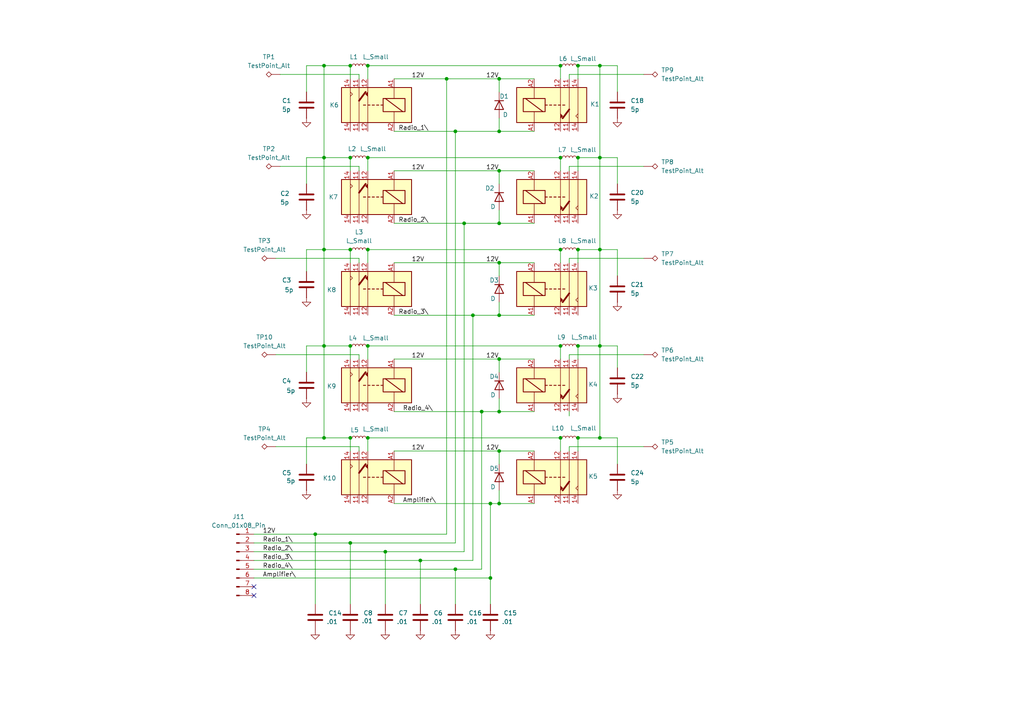
<source format=kicad_sch>
(kicad_sch (version 20231120) (generator "eeschema") (generator_version "8.0")
  (paper "A4")
  (lib_symbols
    (symbol "Connector:Conn_01x08_Pin" (pin_names (offset 1.016) hide)
      (property "Reference" "J" (at 0 10.16 0))
      (property "Value" "Conn_01x08_Pin" (at 0 -12.7 0))
      (symbol "Conn_01x08_Pin_1_1"
        (polyline (pts (xy 1.27 -10.16) (xy 0.8636 -10.16)) (stroke (width 0.1524)))
        (polyline (pts (xy 1.27 -7.62) (xy 0.8636 -7.62)) (stroke (width 0.1524)))
        (polyline (pts (xy 1.27 -5.08) (xy 0.8636 -5.08)) (stroke (width 0.1524)))
        (polyline (pts (xy 1.27 -2.54) (xy 0.8636 -2.54)) (stroke (width 0.1524)))
        (polyline (pts (xy 1.27 0) (xy 0.8636 0)) (stroke (width 0.1524)))
        (polyline (pts (xy 1.27 2.54) (xy 0.8636 2.54)) (stroke (width 0.1524)))
        (polyline (pts (xy 1.27 5.08) (xy 0.8636 5.08)) (stroke (width 0.1524)))
        (polyline (pts (xy 1.27 7.62) (xy 0.8636 7.62)) (stroke (width 0.1524)))
        (rectangle (start 0.8636 -10.033) (end 0 -10.287) (stroke (width 0.1524)) (fill (type outline)))
        (rectangle (start 0.8636 -7.493) (end 0 -7.747) (stroke (width 0.1524)) (fill (type outline)))
        (rectangle (start 0.8636 -4.953) (end 0 -5.207) (stroke (width 0.1524)) (fill (type outline)))
        (rectangle (start 0.8636 -2.413) (end 0 -2.667) (stroke (width 0.1524)) (fill (type outline)))
        (rectangle (start 0.8636 0.127) (end 0 -0.127) (stroke (width 0.1524)) (fill (type outline)))
        (rectangle (start 0.8636 2.667) (end 0 2.413) (stroke (width 0.1524)) (fill (type outline)))
        (rectangle (start 0.8636 5.207) (end 0 4.953) (stroke (width 0.1524)) (fill (type outline)))
        (rectangle (start 0.8636 7.747) (end 0 7.493) (stroke (width 0.1524)) (fill (type outline)))
        (pin passive line (at 5.08 7.62 180) (length 3.81) (name "Pin_1") (number "1"))
        (pin passive line (at 5.08 5.08 180) (length 3.81) (name "Pin_2") (number "2"))
        (pin passive line (at 5.08 2.54 180) (length 3.81) (name "Pin_3") (number "3"))
        (pin passive line (at 5.08 0 180) (length 3.81) (name "Pin_4") (number "4"))
        (pin passive line (at 5.08 -2.54 180) (length 3.81) (name "Pin_5") (number "5"))
        (pin passive line (at 5.08 -5.08 180) (length 3.81) (name "Pin_6") (number "6"))
        (pin passive line (at 5.08 -7.62 180) (length 3.81) (name "Pin_7") (number "7"))
        (pin passive line (at 5.08 -10.16 180) (length 3.81) (name "Pin_8") (number "8"))
      )
    )
    (symbol "Connector:TestPoint_Alt" (pin_numbers hide) (pin_names (offset 0.762) hide)
      (property "Reference" "TP" (at 0 6.858 0))
      (property "Value" "TestPoint_Alt" (at 0 5.08 0))
      (symbol "TestPoint_Alt_0_1"
        (polyline (pts (xy 0 2.54) (xy -0.762 3.302) (xy 0 4.064) (xy 0.762 3.302) (xy 0 2.54)))
      )
      (symbol "TestPoint_Alt_1_1"
        (pin passive line (at 0 0 90) (length 2.54) (name "1") (number "1"))
      )
    )
    (symbol "Device:C" (pin_numbers hide) (pin_names (offset 0.254))
      (property "Reference" "C" (at 0.635 2.54 0))
      (property "Value" "C" (at 0.635 -2.54 0))
      (symbol "C_0_1"
        (polyline (pts (xy -2.032 -0.762) (xy 2.032 -0.762)) (stroke (width 0.508)))
        (polyline (pts (xy -2.032 0.762) (xy 2.032 0.762)) (stroke (width 0.508)))
      )
      (symbol "C_1_1"
        (pin passive line (at 0 3.81 270) (length 2.794) (name "~") (number "1"))
        (pin passive line (at 0 -3.81 90) (length 2.794) (name "~") (number "2"))
      )
    )
    (symbol "Device:D" (pin_numbers hide) (pin_names (offset 1.016) hide)
      (property "Reference" "D" (at 0 2.54 0))
      (property "Value" "D" (at 0 -2.54 0))
      (symbol "D_0_1"
        (polyline (pts (xy -1.27 1.27) (xy -1.27 -1.27)) (stroke (width 0.254)))
        (polyline (pts (xy 1.27 0) (xy -1.27 0)))
        (polyline (pts (xy 1.27 1.27) (xy 1.27 -1.27) (xy -1.27 0) (xy 1.27 1.27)) (stroke (width 0.254)))
      )
      (symbol "D_1_1"
        (pin passive line (at -3.81 0 0) (length 2.54) (name "K") (number "1"))
        (pin passive line (at 3.81 0 180) (length 2.54) (name "A") (number "2"))
      )
    )
    (symbol "Device:L_Small" (pin_numbers hide) (pin_names (offset 0.254) hide)
      (property "Reference" "L" (at 0.762 1.016 0))
      (property "Value" "L_Small" (at 0.762 -1.016 0))
      (symbol "L_Small_0_1"
        (arc (start 0 -2.032) (mid 0.5058 -1.524) (end 0 -1.016))
        (arc (start 0 -1.016) (mid 0.5058 -0.508) (end 0 0))
        (arc (start 0 0) (mid 0.5058 0.508) (end 0 1.016))
        (arc (start 0 1.016) (mid 0.5058 1.524) (end 0 2.032))
      )
      (symbol "L_Small_1_1"
        (pin passive line (at 0 2.54 270) (length 0.508) (name "~") (number "1"))
        (pin passive line (at 0 -2.54 90) (length 0.508) (name "~") (number "2"))
      )
    )
    (symbol "Relay_4to1:Relay_SPDT"
      (property "Reference" "K" (at 11.43 3.81 0))
      (property "Value" "G2RL-1-E_alt" (at 11.43 1.27 0))
      (symbol "Relay_SPDT_0_0"
        (polyline (pts (xy 7.62 5.08) (xy 7.62 2.54) (xy 6.985 3.175) (xy 7.62 3.81)))
      )
      (symbol "Relay_SPDT_0_1"
        (rectangle (start -10.16 5.08) (end 10.16 -5.08) (stroke (width 0.254)) (fill (type background)))
        (rectangle (start -8.255 1.905) (end -1.905 -1.905) (stroke (width 0.254)))
        (polyline (pts (xy -7.62 -1.905) (xy -2.54 1.905)) (stroke (width 0.254)))
        (polyline (pts (xy -5.08 -5.08) (xy -5.08 -1.905)))
        (polyline (pts (xy -5.08 5.08) (xy -5.08 1.905)))
        (polyline (pts (xy -1.905 0) (xy -1.27 0)) (stroke (width 0.254)))
        (polyline (pts (xy -0.635 0) (xy 0 0)) (stroke (width 0.254)))
        (polyline (pts (xy 0.635 0) (xy 1.27 0)) (stroke (width 0.254)))
        (polyline (pts (xy 1.905 0) (xy 2.54 0)) (stroke (width 0.254)))
        (polyline (pts (xy 2.54 2.54) (xy 2.54 -5.08)))
        (polyline (pts (xy 3.175 0) (xy 3.81 0)) (stroke (width 0.254)))
        (polyline (pts (xy 5.08 1.27) (xy 3.175 3.81)) (stroke (width 0.508)))
        (polyline (pts (xy 5.08 1.27) (xy 5.08 -5.08)))
        (polyline (pts (xy 5.08 5.08) (xy 5.08 1.27)))
        (polyline (pts (xy 7.62 2.54) (xy 7.62 -5.08)))
        (polyline (pts (xy 2.54 5.08) (xy 2.54 2.54) (xy 3.175 3.175) (xy 2.54 3.81)) (fill (type outline)))
      )
      (symbol "Relay_SPDT_1_1"
        (pin passive line (at 5.08 -7.62 90) (length 2.54) (name "~") (number "11"))
        (pin passive line (at 5.08 7.62 270) (length 2.54) (name "~") (number "11"))
        (pin passive line (at 2.54 -7.62 90) (length 2.54) (name "~") (number "12"))
        (pin passive line (at 2.54 7.62 270) (length 2.54) (name "~") (number "12"))
        (pin passive line (at 7.62 -7.62 90) (length 2.54) (name "~") (number "14"))
        (pin passive line (at 7.62 7.62 270) (length 2.54) (name "~") (number "14"))
        (pin passive line (at -5.08 7.62 270) (length 2.54) (name "~") (number "A1"))
        (pin passive line (at -5.08 -7.62 90) (length 2.54) (name "~") (number "A2"))
      )
    )
    (symbol "power:GND" (power) (pin_numbers hide) (pin_names (offset 0) hide)
      (property "Value" "GND" (at 0 -3.81 0))
      (symbol "GND_0_1"
        (polyline (pts (xy 0 0) (xy 0 -1.27) (xy 1.27 -1.27) (xy 0 -2.54) (xy -1.27 -1.27) (xy 0 -1.27)))
      )
      (symbol "GND_1_1"
        (pin power_in line (at 0 0 270) (length 0) (name "~") (number "1"))
      )
    )
  )
  (junction (at 132.08 165.1))
  (junction (at 93.98 72.39))
  (junction (at 167.64 45.72))
  (junction (at 167.64 100.33))
  (junction (at 162.56 100.33))
  (junction (at 173.99 127))
  (junction (at 101.6 19.05))
  (junction (at 106.68 19.05))
  (junction (at 137.16 91.44))
  (junction (at 144.78 76.2))
  (junction (at 162.56 127))
  (junction (at 162.56 45.72))
  (junction (at 144.78 146.05))
  (junction (at 144.78 130.81))
  (junction (at 106.68 127))
  (junction (at 129.54 22.86))
  (junction (at 93.98 19.05))
  (junction (at 144.78 91.44))
  (junction (at 167.64 19.05))
  (junction (at 173.99 19.05))
  (junction (at 173.99 45.72))
  (junction (at 93.98 100.33))
  (junction (at 173.99 100.33))
  (junction (at 106.68 72.39))
  (junction (at 101.6 127))
  (junction (at 167.64 127))
  (junction (at 101.6 72.39))
  (junction (at 101.6 100.33))
  (junction (at 134.62 64.77))
  (junction (at 162.56 19.05))
  (junction (at 93.98 127))
  (junction (at 106.68 100.33))
  (junction (at 144.78 38.1))
  (junction (at 106.68 45.72))
  (junction (at 144.78 64.77))
  (junction (at 162.56 72.39))
  (junction (at 132.08 38.1))
  (junction (at 139.7 119.38))
  (junction (at 111.76 160.02))
  (junction (at 101.6 157.48))
  (junction (at 93.98 45.72))
  (junction (at 121.92 162.56))
  (junction (at 167.64 72.39))
  (junction (at 144.78 119.38))
  (junction (at 142.24 146.05))
  (junction (at 144.78 22.86))
  (junction (at 144.78 49.53))
  (junction (at 91.44 154.94))
  (junction (at 173.99 72.39))
  (junction (at 142.24 167.64))
  (junction (at 144.78 104.14))
  (junction (at 101.6 45.72))
  (no_connect (at 73.66 172.72))
  (no_connect (at 73.66 170.18))
  (wire (pts (xy 173.99 45.72) (xy 173.99 72.39)))
  (wire (pts (xy 91.44 154.94) (xy 91.44 175.26)))
  (wire (pts (xy 88.9 53.34) (xy 88.9 45.72)))
  (wire (pts (xy 165.1 129.54) (xy 165.1 130.81)))
  (wire (pts (xy 173.99 19.05) (xy 173.99 45.72)))
  (wire (pts (xy 114.3 91.44) (xy 137.16 91.44)))
  (wire (pts (xy 167.64 45.72) (xy 167.64 49.53)))
  (wire (pts (xy 144.78 76.2) (xy 144.78 80.01)))
  (wire (pts (xy 144.78 146.05) (xy 154.94 146.05)))
  (wire (pts (xy 179.07 45.72) (xy 179.07 53.34)))
  (wire (pts (xy 106.68 22.86) (xy 106.68 19.05)))
  (wire (pts (xy 167.64 72.39) (xy 167.64 76.2)))
  (wire (pts (xy 101.6 157.48) (xy 101.6 175.26)))
  (wire (pts (xy 165.1 120.65) (xy 165.1 119.38)))
  (wire (pts (xy 93.98 72.39) (xy 93.98 100.33)))
  (wire (pts (xy 162.56 45.72) (xy 162.56 49.53)))
  (wire (pts (xy 165.1 104.14) (xy 165.1 102.87)))
  (wire (pts (xy 81.28 21.59) (xy 104.14 21.59)))
  (wire (pts (xy 144.78 22.86) (xy 144.78 26.67)))
  (wire (pts (xy 104.14 74.93) (xy 104.14 76.2)))
  (wire (pts (xy 132.08 38.1) (xy 144.78 38.1)))
  (wire (pts (xy 114.3 146.05) (xy 142.24 146.05)))
  (wire (pts (xy 80.01 74.93) (xy 104.14 74.93)))
  (wire (pts (xy 167.64 100.33) (xy 167.64 104.14)))
  (wire (pts (xy 106.68 100.33) (xy 162.56 100.33)))
  (wire (pts (xy 173.99 127) (xy 179.07 127)))
  (wire (pts (xy 154.94 76.2) (xy 144.78 76.2)))
  (wire (pts (xy 93.98 19.05) (xy 93.98 45.72)))
  (wire (pts (xy 165.1 48.26) (xy 186.69 48.26)))
  (wire (pts (xy 106.68 76.2) (xy 106.68 72.39)))
  (wire (pts (xy 132.08 165.1) (xy 139.7 165.1)))
  (wire (pts (xy 179.07 100.33) (xy 179.07 106.68)))
  (wire (pts (xy 165.1 102.87) (xy 186.69 102.87)))
  (wire (pts (xy 144.78 115.57) (xy 144.78 119.38)))
  (wire (pts (xy 137.16 91.44) (xy 144.78 91.44)))
  (wire (pts (xy 165.1 21.59) (xy 186.69 21.59)))
  (wire (pts (xy 73.66 154.94) (xy 91.44 154.94)))
  (wire (pts (xy 93.98 45.72) (xy 101.6 45.72)))
  (wire (pts (xy 144.78 130.81) (xy 144.78 134.62)))
  (wire (pts (xy 114.3 119.38) (xy 139.7 119.38)))
  (wire (pts (xy 88.9 134.62) (xy 88.9 127)))
  (wire (pts (xy 165.1 22.86) (xy 165.1 21.59)))
  (wire (pts (xy 144.78 64.77) (xy 154.94 64.77)))
  (wire (pts (xy 88.9 78.74) (xy 88.9 72.39)))
  (wire (pts (xy 81.28 48.26) (xy 104.14 48.26)))
  (wire (pts (xy 179.07 127) (xy 179.07 134.62)))
  (wire (pts (xy 104.14 21.59) (xy 104.14 22.86)))
  (wire (pts (xy 88.9 19.05) (xy 93.98 19.05)))
  (wire (pts (xy 137.16 91.44) (xy 137.16 162.56)))
  (wire (pts (xy 106.68 45.72) (xy 162.56 45.72)))
  (wire (pts (xy 144.78 87.63) (xy 144.78 91.44)))
  (wire (pts (xy 167.64 127) (xy 167.64 130.81)))
  (wire (pts (xy 101.6 76.2) (xy 101.6 72.39)))
  (wire (pts (xy 88.9 107.95) (xy 88.9 100.33)))
  (wire (pts (xy 165.1 129.54) (xy 186.69 129.54)))
  (wire (pts (xy 104.14 129.54) (xy 104.14 130.81)))
  (wire (pts (xy 106.68 130.81) (xy 106.68 127)))
  (wire (pts (xy 80.01 129.54) (xy 104.14 129.54)))
  (wire (pts (xy 93.98 45.72) (xy 93.98 72.39)))
  (wire (pts (xy 144.78 38.1) (xy 154.94 38.1)))
  (wire (pts (xy 93.98 127) (xy 101.6 127)))
  (wire (pts (xy 88.9 26.67) (xy 88.9 19.05)))
  (wire (pts (xy 162.56 127) (xy 162.56 130.81)))
  (wire (pts (xy 144.78 91.44) (xy 154.94 91.44)))
  (wire (pts (xy 114.3 130.81) (xy 144.78 130.81)))
  (wire (pts (xy 142.24 167.64) (xy 142.24 175.26)))
  (wire (pts (xy 162.56 19.05) (xy 162.56 22.86)))
  (wire (pts (xy 106.68 49.53) (xy 106.68 45.72)))
  (wire (pts (xy 173.99 45.72) (xy 179.07 45.72)))
  (wire (pts (xy 144.78 60.96) (xy 144.78 64.77)))
  (wire (pts (xy 93.98 19.05) (xy 101.6 19.05)))
  (wire (pts (xy 173.99 127) (xy 167.64 127)))
  (wire (pts (xy 80.01 102.87) (xy 104.14 102.87)))
  (wire (pts (xy 121.92 162.56) (xy 121.92 175.26)))
  (wire (pts (xy 88.9 100.33) (xy 93.98 100.33)))
  (wire (pts (xy 114.3 64.77) (xy 134.62 64.77)))
  (wire (pts (xy 129.54 154.94) (xy 129.54 22.86)))
  (wire (pts (xy 114.3 22.86) (xy 129.54 22.86)))
  (wire (pts (xy 93.98 100.33) (xy 93.98 127)))
  (wire (pts (xy 165.1 74.93) (xy 186.69 74.93)))
  (wire (pts (xy 154.94 22.86) (xy 144.78 22.86)))
  (wire (pts (xy 73.66 162.56) (xy 121.92 162.56)))
  (wire (pts (xy 144.78 104.14) (xy 144.78 107.95)))
  (wire (pts (xy 179.07 72.39) (xy 179.07 80.01)))
  (wire (pts (xy 73.66 167.64) (xy 142.24 167.64)))
  (wire (pts (xy 111.76 160.02) (xy 111.76 175.26)))
  (wire (pts (xy 142.24 146.05) (xy 144.78 146.05)))
  (wire (pts (xy 88.9 72.39) (xy 93.98 72.39)))
  (wire (pts (xy 134.62 64.77) (xy 144.78 64.77)))
  (wire (pts (xy 173.99 100.33) (xy 179.07 100.33)))
  (wire (pts (xy 167.64 100.33) (xy 173.99 100.33)))
  (wire (pts (xy 167.64 72.39) (xy 173.99 72.39)))
  (wire (pts (xy 179.07 26.67) (xy 179.07 19.05)))
  (wire (pts (xy 114.3 38.1) (xy 132.08 38.1)))
  (wire (pts (xy 132.08 165.1) (xy 132.08 175.26)))
  (wire (pts (xy 114.3 104.14) (xy 144.78 104.14)))
  (wire (pts (xy 114.3 49.53) (xy 144.78 49.53)))
  (wire (pts (xy 144.78 49.53) (xy 144.78 53.34)))
  (wire (pts (xy 173.99 100.33) (xy 173.99 127)))
  (wire (pts (xy 73.66 160.02) (xy 111.76 160.02)))
  (wire (pts (xy 173.99 19.05) (xy 179.07 19.05)))
  (wire (pts (xy 162.56 100.33) (xy 162.56 104.14)))
  (wire (pts (xy 167.64 45.72) (xy 173.99 45.72)))
  (wire (pts (xy 106.68 127) (xy 162.56 127)))
  (wire (pts (xy 165.1 74.93) (xy 165.1 76.2)))
  (wire (pts (xy 101.6 104.14) (xy 101.6 100.33)))
  (wire (pts (xy 139.7 119.38) (xy 139.7 165.1)))
  (wire (pts (xy 165.1 49.53) (xy 165.1 48.26)))
  (wire (pts (xy 173.99 72.39) (xy 179.07 72.39)))
  (wire (pts (xy 167.64 19.05) (xy 173.99 19.05)))
  (wire (pts (xy 139.7 119.38) (xy 144.78 119.38)))
  (wire (pts (xy 144.78 119.38) (xy 154.94 119.38)))
  (wire (pts (xy 167.64 22.86) (xy 167.64 19.05)))
  (wire (pts (xy 73.66 165.1) (xy 132.08 165.1)))
  (wire (pts (xy 101.6 22.86) (xy 101.6 19.05)))
  (wire (pts (xy 101.6 127) (xy 101.6 130.81)))
  (wire (pts (xy 114.3 76.2) (xy 144.78 76.2)))
  (wire (pts (xy 93.98 100.33) (xy 101.6 100.33)))
  (wire (pts (xy 142.24 146.05) (xy 142.24 167.64)))
  (wire (pts (xy 154.94 104.14) (xy 144.78 104.14)))
  (wire (pts (xy 162.56 72.39) (xy 162.56 76.2)))
  (wire (pts (xy 91.44 154.94) (xy 129.54 154.94)))
  (wire (pts (xy 106.68 19.05) (xy 162.56 19.05)))
  (wire (pts (xy 134.62 64.77) (xy 134.62 160.02)))
  (wire (pts (xy 134.62 160.02) (xy 111.76 160.02)))
  (wire (pts (xy 101.6 49.53) (xy 101.6 45.72)))
  (wire (pts (xy 154.94 130.81) (xy 144.78 130.81)))
  (wire (pts (xy 93.98 72.39) (xy 101.6 72.39)))
  (wire (pts (xy 73.66 157.48) (xy 101.6 157.48)))
  (wire (pts (xy 137.16 162.56) (xy 121.92 162.56)))
  (wire (pts (xy 144.78 34.29) (xy 144.78 38.1)))
  (wire (pts (xy 129.54 22.86) (xy 144.78 22.86)))
  (wire (pts (xy 132.08 157.48) (xy 101.6 157.48)))
  (wire (pts (xy 104.14 104.14) (xy 104.14 102.87)))
  (wire (pts (xy 104.14 48.26) (xy 104.14 49.53)))
  (wire (pts (xy 132.08 38.1) (xy 132.08 157.48)))
  (wire (pts (xy 144.78 142.24) (xy 144.78 146.05)))
  (wire (pts (xy 106.68 72.39) (xy 162.56 72.39)))
  (wire (pts (xy 173.99 72.39) (xy 173.99 100.33)))
  (wire (pts (xy 106.68 104.14) (xy 106.68 100.33)))
  (wire (pts (xy 154.94 49.53) (xy 144.78 49.53)))
  (wire (pts (xy 88.9 45.72) (xy 93.98 45.72)))
  (wire (pts (xy 88.9 127) (xy 93.98 127)))
  (label "12V" (at 140.97 130.81 0))
  (label "Radio_2\\" (at 115.57 64.77 0))
  (label "Radio_3\\" (at 76.2 162.56 0))
  (label "Radio_3\\" (at 115.57 91.44 0))
  (label "Radio_1\\" (at 76.2 157.48 0))
  (label "12V" (at 119.38 76.2 0))
  (label "12V" (at 119.38 22.86 0))
  (label "12V" (at 119.38 104.14 0))
  (label "12V" (at 140.97 104.14 0))
  (label "12V" (at 76.2 154.94 0))
  (label "12V" (at 140.97 49.53 0))
  (label "12V" (at 140.97 76.2 0))
  (label "Amplifier\\" (at 76.2 167.64 0))
  (label "Radio_1\\" (at 115.57 38.1 0))
  (label "Amplifier\\" (at 116.84 146.05 0))
  (label "Radio_2\\" (at 76.2 160.02 0))
  (label "Radio_4\\" (at 116.84 119.38 0))
  (label "Radio_4\\" (at 76.2 165.1 0))
  (label "12V" (at 119.38 49.53 0))
  (label "12V" (at 140.97 22.86 0))
  (label "12V" (at 119.38 130.81 0))
  (symbol (lib_id "Device:C") (at 132.08 179.07 0) (unit 1)
    (property "Reference" "C16" (at 135.89 177.7999 0) (effects (justify left)))
    (property "Value" ".01" (at 135.382 180.34 0) (effects (justify left)))
    (property "Footprint" "Capacitor_SMD:C_0805_2012Metric" (effects (hide yes)))
    (property "Description" "Unpolarized capacitor" (effects (hide yes)))
  )
  (symbol (lib_id "Connector:TestPoint_Alt") (at 80.01 74.93 90) (unit 1)
    (property "Reference" "TP3" (at 76.708 69.85 90))
    (property "Value" "TestPoint_Alt" (at 76.708 72.39 90))
    (property "Description" "test point (alternative shape)" (effects (hide yes)))
  )
  (symbol (lib_id "power:GND") (at 179.07 114.3 0) (mirror y) (unit 1)
    (property "Reference" "#PWR24" (effects (hide yes)))
    (property "Value" "GND" (effects (hide yes)))
    (property "Description" "Power symbol creates a global label with name \"GND\" , ground" (effects (hide yes)))
  )
  (symbol (lib_id "Device:D") (at 144.78 138.43 270) (unit 1)
    (property "Reference" "D5" (at 141.986 135.89 90) (effects (justify left)))
    (property "Value" "D" (at 142.24 141.224 90) (effects (justify left)))
    (property "Footprint" "Diode_SMD:D_SOD-323" (effects (hide yes)))
    (property "Description" "Diode" (effects (hide yes)))
    (property "Sim.Device" "D" (effects (hide yes)))
    (property "Sim.Pins" "1=K 2=A" (effects (hide yes)))
  )
  (symbol (lib_id "Device:C") (at 101.6 179.07 0) (unit 1)
    (property "Reference" "C8" (at 105.41 177.7999 0) (effects (justify left)))
    (property "Value" ".01" (at 104.902 180.086 0) (effects (justify left)))
    (property "Footprint" "Capacitor_SMD:C_0805_2012Metric" (effects (hide yes)))
    (property "Description" "Unpolarized capacitor" (effects (hide yes)))
  )
  (symbol (lib_id "Device:L_Small") (at 104.14 45.72 90) (unit 1)
    (property "Reference" "L2" (at 102.108 43.18 90))
    (property "Value" "L_Small" (at 108.204 43.18 90))
    (property "Footprint" "Inductor_SMD:L_0805_2012Metric" (effects (hide yes)))
    (property "Description" "Inductor, small symbol" (effects (hide yes)))
  )
  (symbol (lib_id "Connector:TestPoint_Alt") (at 186.69 21.59 270) (unit 1)
    (property "Reference" "TP9" (at 191.77 20.3199 90) (effects (justify left)))
    (property "Value" "TestPoint_Alt" (at 191.77 22.8599 90) (effects (justify left)))
    (property "Description" "test point (alternative shape)" (effects (hide yes)))
  )
  (symbol (lib_name "Relay_4to1:Relay_SPDT") (lib_id "Relay_4to1:Relay_SPDT") (at 160.02 83.82 0) (mirror x) (unit 1)
    (property "Reference" "K3" (at 170.688 83.566 0) (effects (justify left)))
    (property "Value" "G2RL-1-E" (effects (hide yes)))
    (property "Footprint" "Relay_4to1:Relay_SPDT_Omron_G2RL-1-E" (effects (hide yes)))
    (property "Description" "Relay SPDT, monostable, EN50005" (effects (hide yes)))
  )
  (symbol (lib_name "Relay_4to1:Relay_SPDT") (lib_id "Relay_4to1:Relay_SPDT") (at 160.02 57.15 0) (mirror x) (unit 1)
    (property "Reference" "K2" (at 170.942 56.896 0) (effects (justify left)))
    (property "Value" "G2RL-1-E" (effects (hide yes)))
    (property "Footprint" "Relay_4to1:Relay_SPDT_Omron_G2RL-1-E" (effects (hide yes)))
    (property "Description" "Relay SPDT, monostable, EN50005" (effects (hide yes)))
  )
  (symbol (lib_id "Device:D") (at 144.78 57.15 270) (unit 1)
    (property "Reference" "D2" (at 140.716 54.61 90) (effects (justify left)))
    (property "Value" "D" (at 142.24 59.944 90) (effects (justify left)))
    (property "Footprint" "Diode_SMD:D_SOD-323" (effects (hide yes)))
    (property "Description" "Diode" (effects (hide yes)))
    (property "Sim.Device" "D" (effects (hide yes)))
    (property "Sim.Pins" "1=K 2=A" (effects (hide yes)))
  )
  (symbol (lib_id "Device:C") (at 111.76 179.07 0) (unit 1)
    (property "Reference" "C7" (at 115.57 177.7999 0) (effects (justify left)))
    (property "Value" ".01" (at 115.062 180.34 0) (effects (justify left)))
    (property "Footprint" "Capacitor_SMD:C_0805_2012Metric" (effects (hide yes)))
    (property "Description" "Unpolarized capacitor" (effects (hide yes)))
  )
  (symbol (lib_id "power:GND") (at 88.9 115.57 0) (mirror y) (unit 1)
    (property "Reference" "#PWR23" (effects (hide yes)))
    (property "Value" "GND" (effects (hide yes)))
    (property "Description" "Power symbol creates a global label with name \"GND\" , ground" (effects (hide yes)))
  )
  (symbol (lib_name "Relay_4to1:Relay_SPDT") (lib_id "Relay_4to1:Relay_SPDT") (at 109.22 83.82 0) (mirror y) (unit 1)
    (property "Reference" "K8" (at 97.536 84.074 0) (effects (justify left)))
    (property "Value" "G2RL-1-E" (effects (hide yes)))
    (property "Footprint" "Relay_4to1:Relay_SPDT_Omron_G2RL-1-E" (effects (hide yes)))
    (property "Description" "Relay SPDT, monostable, EN50005" (effects (hide yes)))
  )
  (symbol (lib_id "Connector:TestPoint_Alt") (at 186.69 129.54 270) (unit 1)
    (property "Reference" "TP5" (at 191.77 128.2699 90) (effects (justify left)))
    (property "Value" "TestPoint_Alt" (at 191.77 130.8099 90) (effects (justify left)))
    (property "Description" "test point (alternative shape)" (effects (hide yes)))
  )
  (symbol (lib_id "Device:C") (at 88.9 111.76 0) (unit 1)
    (property "Reference" "C4" (at 81.788 110.49 0) (effects (justify left)))
    (property "Value" "5p" (at 83.058 113.284 0) (effects (justify left)))
    (property "Footprint" "Capacitor_SMD:C_0805_2012Metric" (effects (hide yes)))
    (property "Description" "Unpolarized capacitor" (effects (hide yes)))
  )
  (symbol (lib_id "Device:C") (at 88.9 138.43 0) (unit 1)
    (property "Reference" "C5" (at 81.788 137.16 0) (effects (justify left)))
    (property "Value" "5p" (at 83.058 139.446 0) (effects (justify left)))
    (property "Footprint" "Capacitor_SMD:C_0805_2012Metric" (effects (hide yes)))
    (property "Description" "Unpolarized capacitor" (effects (hide yes)))
  )
  (symbol (lib_id "Device:C") (at 91.44 179.07 0) (unit 1)
    (property "Reference" "C14" (at 95.25 177.7999 0) (effects (justify left)))
    (property "Value" ".01" (at 94.742 180.34 0) (effects (justify left)))
    (property "Footprint" "Capacitor_SMD:C_0805_2012Metric" (effects (hide yes)))
    (property "Description" "Unpolarized capacitor" (effects (hide yes)))
  )
  (symbol (lib_name "Relay_4to1:Relay_SPDT") (lib_id "Relay_4to1:Relay_SPDT") (at 109.22 57.15 0) (mirror y) (unit 1)
    (property "Reference" "K7" (at 98.044 57.15 0) (effects (justify left)))
    (property "Value" "G2RL-1-E" (effects (hide yes)))
    (property "Footprint" "Relay_4to1:Relay_SPDT_Omron_G2RL-1-E" (effects (hide yes)))
    (property "Description" "Relay SPDT, monostable, EN50005" (effects (hide yes)))
  )
  (symbol (lib_id "Device:C") (at 179.07 30.48 0) (unit 1)
    (property "Reference" "C18" (at 182.88 29.2099 0) (effects (justify left)))
    (property "Value" "5p" (at 182.88 31.7499 0) (effects (justify left)))
    (property "Footprint" "Capacitor_SMD:C_0805_2012Metric" (effects (hide yes)))
    (property "Description" "Unpolarized capacitor" (effects (hide yes)))
  )
  (symbol (lib_id "power:GND") (at 88.9 86.36 0) (mirror y) (unit 1)
    (property "Reference" "#PWR21" (effects (hide yes)))
    (property "Value" "GND" (effects (hide yes)))
    (property "Description" "Power symbol creates a global label with name \"GND\" , ground" (effects (hide yes)))
  )
  (symbol (lib_id "Device:L_Small") (at 165.1 100.33 90) (unit 1)
    (property "Reference" "L9" (at 162.814 97.79 90))
    (property "Value" "L_Small" (at 169.418 97.79 90))
    (property "Footprint" "Inductor_SMD:L_0805_2012Metric" (effects (hide yes)))
    (property "Description" "Inductor, small symbol" (effects (hide yes)))
  )
  (symbol (lib_id "power:GND") (at 111.76 182.88 0) (mirror y) (unit 1)
    (property "Reference" "#PWR13" (effects (hide yes)))
    (property "Value" "GND" (effects (hide yes)))
    (property "Description" "Power symbol creates a global label with name \"GND\" , ground" (effects (hide yes)))
  )
  (symbol (lib_id "power:GND") (at 132.08 182.88 0) (mirror y) (unit 1)
    (property "Reference" "#PWR15" (effects (hide yes)))
    (property "Value" "GND" (effects (hide yes)))
    (property "Description" "Power symbol creates a global label with name \"GND\" , ground" (effects (hide yes)))
  )
  (symbol (lib_id "Device:C") (at 88.9 30.48 0) (unit 1)
    (property "Reference" "C1" (at 81.788 29.21 0) (effects (justify left)))
    (property "Value" "5p" (at 81.788 31.75 0) (effects (justify left)))
    (property "Footprint" "Capacitor_SMD:C_0805_2012Metric" (effects (hide yes)))
    (property "Description" "Unpolarized capacitor" (effects (hide yes)))
  )
  (symbol (lib_name "Relay_4to1:Relay_SPDT") (lib_id "Relay_4to1:Relay_SPDT") (at 160.02 30.48 0) (mirror x) (unit 1)
    (property "Reference" "K1" (at 171.196 30.226 0) (effects (justify left)))
    (property "Value" "G2RL-1-E" (effects (hide yes)))
    (property "Footprint" "Relay_4to1:Relay_SPDT_Omron_G2RL-1-E" (effects (hide yes)))
    (property "Description" "Relay SPDT, monostable, EN50005" (effects (hide yes)))
  )
  (symbol (lib_id "Device:D") (at 144.78 30.48 90) (mirror x) (unit 1)
    (property "Reference" "D1" (at 147.574 27.94 90) (effects (justify left)))
    (property "Value" "D" (at 147.32 33.274 90) (effects (justify left)))
    (property "Footprint" "Diode_SMD:D_SOD-323" (effects (hide yes)))
    (property "Description" "Diode" (effects (hide yes)))
    (property "Sim.Device" "D" (effects (hide yes)))
    (property "Sim.Pins" "1=K 2=A" (effects (hide yes)))
  )
  (symbol (lib_id "Connector:Conn_01x08_Pin") (at 68.58 162.56 0) (unit 1)
    (property "Reference" "J11" (at 69.215 149.86 0))
    (property "Value" "Conn_01x08_Pin" (at 69.215 152.4 0))
    (property "Footprint" "Connector_PinHeader_2.54mm:PinHeader_1x08_P2.54mm_Vertical" (effects (hide yes)))
    (property "Description" "Generic connector, single row, 01x08, script generated" (effects (hide yes)))
  )
  (symbol (lib_name "Relay_4to1:Relay_SPDT") (lib_id "Relay_4to1:Relay_SPDT") (at 160.02 111.76 0) (mirror x) (unit 1)
    (property "Reference" "K4" (at 170.688 111.506 0) (effects (justify left)))
    (property "Value" "G2RL-1-E" (effects (hide yes)))
    (property "Footprint" "Relay_4to1:Relay_SPDT_Omron_G2RL-1-E" (effects (hide yes)))
    (property "Description" "Relay SPDT, monostable, EN50005" (effects (hide yes)))
  )
  (symbol (lib_id "Device:L_Small") (at 165.1 72.39 90) (unit 1)
    (property "Reference" "L8" (at 163.068 69.85 90))
    (property "Value" "L_Small" (at 169.164 69.85 90))
    (property "Footprint" "Inductor_SMD:L_0805_2012Metric" (effects (hide yes)))
    (property "Description" "Inductor, small symbol" (effects (hide yes)))
  )
  (symbol (lib_id "power:GND") (at 179.07 34.29 0) (mirror y) (unit 1)
    (property "Reference" "#PWR18" (effects (hide yes)))
    (property "Value" "GND" (effects (hide yes)))
    (property "Description" "Power symbol creates a global label with name \"GND\" , ground" (effects (hide yes)))
  )
  (symbol (lib_id "Device:C") (at 179.07 138.43 0) (unit 1)
    (property "Reference" "C24" (at 182.88 137.1599 0) (effects (justify left)))
    (property "Value" "5p" (at 182.88 139.6999 0) (effects (justify left)))
    (property "Footprint" "Capacitor_SMD:C_0805_2012Metric" (effects (hide yes)))
    (property "Description" "Unpolarized capacitor" (effects (hide yes)))
  )
  (symbol (lib_id "Connector:TestPoint_Alt") (at 81.28 21.59 90) (unit 1)
    (property "Reference" "TP1" (at 77.978 16.51 90))
    (property "Value" "TestPoint_Alt" (at 77.978 19.05 90))
    (property "Description" "test point (alternative shape)" (effects (hide yes)))
  )
  (symbol (lib_id "power:GND") (at 88.9 60.96 0) (mirror y) (unit 1)
    (property "Reference" "#PWR19" (effects (hide yes)))
    (property "Value" "GND" (effects (hide yes)))
    (property "Description" "Power symbol creates a global label with name \"GND\" , ground" (effects (hide yes)))
  )
  (symbol (lib_id "Connector:TestPoint_Alt") (at 186.69 48.26 270) (unit 1)
    (property "Reference" "TP8" (at 191.77 46.9899 90) (effects (justify left)))
    (property "Value" "TestPoint_Alt" (at 191.77 49.5299 90) (effects (justify left)))
    (property "Description" "test point (alternative shape)" (effects (hide yes)))
  )
  (symbol (lib_id "Device:C") (at 88.9 57.15 0) (unit 1)
    (property "Reference" "C2" (at 81.28 56.134 0) (effects (justify left)))
    (property "Value" "5p" (at 81.28 58.674 0) (effects (justify left)))
    (property "Footprint" "Capacitor_SMD:C_0805_2012Metric" (effects (hide yes)))
    (property "Description" "Unpolarized capacitor" (effects (hide yes)))
  )
  (symbol (lib_id "power:GND") (at 121.92 182.88 0) (mirror y) (unit 1)
    (property "Reference" "#PWR14" (effects (hide yes)))
    (property "Value" "GND" (effects (hide yes)))
    (property "Description" "Power symbol creates a global label with name \"GND\" , ground" (effects (hide yes)))
  )
  (symbol (lib_id "power:GND") (at 142.24 182.88 0) (mirror y) (unit 1)
    (property "Reference" "#PWR16" (effects (hide yes)))
    (property "Value" "GND" (effects (hide yes)))
    (property "Description" "Power symbol creates a global label with name \"GND\" , ground" (effects (hide yes)))
  )
  (symbol (lib_id "Connector:TestPoint_Alt") (at 80.01 102.87 90) (unit 1)
    (property "Reference" "TP10" (at 76.708 97.79 90))
    (property "Value" "TestPoint_Alt" (at 76.708 100.33 90))
    (property "Description" "test point (alternative shape)" (effects (hide yes)))
  )
  (symbol (lib_id "power:GND") (at 88.9 142.24 0) (mirror y) (unit 1)
    (property "Reference" "#PWR25" (effects (hide yes)))
    (property "Value" "GND" (effects (hide yes)))
    (property "Description" "Power symbol creates a global label with name \"GND\" , ground" (effects (hide yes)))
  )
  (symbol (lib_id "Connector:TestPoint_Alt") (at 80.01 129.54 90) (unit 1)
    (property "Reference" "TP4" (at 76.708 124.46 90))
    (property "Value" "TestPoint_Alt" (at 76.708 127 90))
    (property "Description" "test point (alternative shape)" (effects (hide yes)))
  )
  (symbol (lib_id "Device:L_Small") (at 104.14 19.05 90) (unit 1)
    (property "Reference" "L1" (at 102.616 16.51 90))
    (property "Value" "L_Small" (at 108.966 16.51 90))
    (property "Footprint" "Inductor_SMD:L_0805_2012Metric" (effects (hide yes)))
    (property "Description" "Inductor, small symbol" (effects (hide yes)))
  )
  (symbol (lib_id "power:GND") (at 179.07 142.24 0) (mirror y) (unit 1)
    (property "Reference" "#PWR26" (effects (hide yes)))
    (property "Value" "GND" (effects (hide yes)))
    (property "Description" "Power symbol creates a global label with name \"GND\" , ground" (effects (hide yes)))
  )
  (symbol (lib_id "Device:L_Small") (at 165.1 19.05 90) (unit 1)
    (property "Reference" "L6" (at 163.322 17.018 90))
    (property "Value" "L_Small" (at 169.164 17.018 90))
    (property "Footprint" "Inductor_SMD:L_0805_2012Metric" (effects (hide yes)))
    (property "Description" "Inductor, small symbol" (effects (hide yes)))
  )
  (symbol (lib_id "Device:C") (at 121.92 179.07 0) (unit 1)
    (property "Reference" "C6" (at 125.73 177.7999 0) (effects (justify left)))
    (property "Value" ".01" (at 125.222 180.34 0) (effects (justify left)))
    (property "Footprint" "Capacitor_SMD:C_0805_2012Metric" (effects (hide yes)))
    (property "Description" "Unpolarized capacitor" (effects (hide yes)))
  )
  (symbol (lib_id "power:GND") (at 101.6 182.88 0) (mirror y) (unit 1)
    (property "Reference" "#PWR12" (effects (hide yes)))
    (property "Value" "GND" (effects (hide yes)))
    (property "Description" "Power symbol creates a global label with name \"GND\" , ground" (effects (hide yes)))
  )
  (symbol (lib_id "Connector:TestPoint_Alt") (at 81.28 48.26 90) (unit 1)
    (property "Reference" "TP2" (at 77.978 43.18 90))
    (property "Value" "TestPoint_Alt" (at 77.978 45.72 90))
    (property "Description" "test point (alternative shape)" (effects (hide yes)))
  )
  (symbol (lib_id "power:GND") (at 91.44 182.88 0) (mirror y) (unit 1)
    (property "Reference" "#PWR11" (effects (hide yes)))
    (property "Value" "GND" (effects (hide yes)))
    (property "Description" "Power symbol creates a global label with name \"GND\" , ground" (effects (hide yes)))
  )
  (symbol (lib_id "Device:C") (at 142.24 179.07 0) (unit 1)
    (property "Reference" "C15" (at 146.05 177.7999 0) (effects (justify left)))
    (property "Value" ".01" (at 145.542 180.34 0) (effects (justify left)))
    (property "Footprint" "Capacitor_SMD:C_0805_2012Metric" (effects (hide yes)))
    (property "Description" "Unpolarized capacitor" (effects (hide yes)))
  )
  (symbol (lib_id "Device:L_Small") (at 104.14 127 90) (unit 1)
    (property "Reference" "L5" (at 102.87 124.714 90))
    (property "Value" "L_Small" (at 108.966 124.46 90))
    (property "Footprint" "Inductor_SMD:L_0805_2012Metric" (effects (hide yes)))
    (property "Description" "Inductor, small symbol" (effects (hide yes)))
  )
  (symbol (lib_id "Device:C") (at 88.9 82.55 0) (unit 1)
    (property "Reference" "C3" (at 81.788 81.28 0) (effects (justify left)))
    (property "Value" "5p" (at 82.55 84.074 0) (effects (justify left)))
    (property "Footprint" "Capacitor_SMD:C_0805_2012Metric" (effects (hide yes)))
    (property "Description" "Unpolarized capacitor" (effects (hide yes)))
  )
  (symbol (lib_id "power:GND") (at 179.07 87.63 0) (mirror y) (unit 1)
    (property "Reference" "#PWR22" (effects (hide yes)))
    (property "Value" "GND" (effects (hide yes)))
    (property "Description" "Power symbol creates a global label with name \"GND\" , ground" (effects (hide yes)))
  )
  (symbol (lib_id "Device:L_Small") (at 165.1 45.72 90) (unit 1)
    (property "Reference" "L7" (at 163.068 43.434 90))
    (property "Value" "L_Small" (at 169.164 43.434 90))
    (property "Footprint" "Inductor_SMD:L_0805_2012Metric" (effects (hide yes)))
    (property "Description" "Inductor, small symbol" (effects (hide yes)))
  )
  (symbol (lib_id "Device:D") (at 144.78 83.82 270) (unit 1)
    (property "Reference" "D3" (at 141.986 81.28 90) (effects (justify left)))
    (property "Value" "D" (at 142.24 86.614 90) (effects (justify left)))
    (property "Footprint" "Diode_SMD:D_SOD-323" (effects (hide yes)))
    (property "Description" "Diode" (effects (hide yes)))
    (property "Sim.Device" "D" (effects (hide yes)))
    (property "Sim.Pins" "1=K 2=A" (effects (hide yes)))
  )
  (symbol (lib_id "power:GND") (at 179.07 60.96 0) (mirror y) (unit 1)
    (property "Reference" "#PWR20" (effects (hide yes)))
    (property "Value" "GND" (effects (hide yes)))
    (property "Description" "Power symbol creates a global label with name \"GND\" , ground" (effects (hide yes)))
  )
  (symbol (lib_id "Connector:TestPoint_Alt") (at 186.69 102.87 270) (unit 1)
    (property "Reference" "TP6" (at 191.77 101.5999 90) (effects (justify left)))
    (property "Value" "TestPoint_Alt" (at 191.77 104.1399 90) (effects (justify left)))
    (property "Description" "test point (alternative shape)" (effects (hide yes)))
  )
  (symbol (lib_id "power:GND") (at 88.9 34.29 0) (mirror y) (unit 1)
    (property "Reference" "#PWR17" (effects (hide yes)))
    (property "Value" "GND" (effects (hide yes)))
    (property "Description" "Power symbol creates a global label with name \"GND\" , ground" (effects (hide yes)))
  )
  (symbol (lib_name "Relay_4to1:Relay_SPDT") (lib_id "Relay_4to1:Relay_SPDT") (at 109.22 30.48 0) (mirror y) (unit 1)
    (property "Reference" "K6" (at 98.298 30.48 0) (effects (justify left)))
    (property "Value" "G2RL-1-E" (effects (hide yes)))
    (property "Footprint" "Relay_4to1:Relay_SPDT_Omron_G2RL-1-E" (effects (hide yes)))
    (property "Description" "Relay SPDT, monostable, EN50005" (effects (hide yes)))
  )
  (symbol (lib_id "Device:C") (at 179.07 110.49 0) (unit 1)
    (property "Reference" "C22" (at 182.88 109.2199 0) (effects (justify left)))
    (property "Value" "5p" (at 182.88 111.7599 0) (effects (justify left)))
    (property "Footprint" "Capacitor_SMD:C_0805_2012Metric" (effects (hide yes)))
    (property "Description" "Unpolarized capacitor" (effects (hide yes)))
  )
  (symbol (lib_id "Device:C") (at 179.07 57.15 0) (unit 1)
    (property "Reference" "C20" (at 182.88 55.8799 0) (effects (justify left)))
    (property "Value" "5p" (at 182.88 58.4199 0) (effects (justify left)))
    (property "Footprint" "Capacitor_SMD:C_0805_2012Metric" (effects (hide yes)))
    (property "Description" "Unpolarized capacitor" (effects (hide yes)))
  )
  (symbol (lib_name "Relay_4to1:Relay_SPDT") (lib_id "Relay_4to1:Relay_SPDT") (at 160.02 138.43 0) (mirror x) (unit 1)
    (property "Reference" "K5" (at 170.688 138.176 0) (effects (justify left)))
    (property "Value" "G2RL-1-E" (effects (hide yes)))
    (property "Footprint" "Relay_4to1:Relay_SPDT_Omron_G2RL-1-E" (effects (hide yes)))
    (property "Description" "Relay SPDT, monostable, EN50005" (effects (hide yes)))
  )
  (symbol (lib_name "Relay_4to1:Relay_SPDT") (lib_id "Relay_4to1:Relay_SPDT") (at 109.22 111.76 0) (mirror y) (unit 1)
    (property "Reference" "K9" (at 97.536 112.014 0) (effects (justify left)))
    (property "Value" "G2RL-1-E" (effects (hide yes)))
    (property "Footprint" "Relay_4to1:Relay_SPDT_Omron_G2RL-1-E" (effects (hide yes)))
    (property "Description" "Relay SPDT, monostable, EN50005" (effects (hide yes)))
  )
  (symbol (lib_id "Device:L_Small") (at 104.14 72.39 90) (unit 1)
    (property "Reference" "L3" (at 104.14 67.31 90))
    (property "Value" "L_Small" (at 104.14 69.85 90))
    (property "Footprint" "Inductor_SMD:L_0805_2012Metric" (effects (hide yes)))
    (property "Description" "Inductor, small symbol" (effects (hide yes)))
  )
  (symbol (lib_name "Relay_4to1:Relay_SPDT") (lib_id "Relay_4to1:Relay_SPDT") (at 109.22 138.43 0) (mirror y) (unit 1)
    (property "Reference" "K10" (at 97.536 138.684 0) (effects (justify left)))
    (property "Value" "G2RL-1-E" (effects (hide yes)))
    (property "Footprint" "Relay_4to1:Relay_SPDT_Omron_G2RL-1-E" (effects (hide yes)))
    (property "Description" "Relay SPDT, monostable, EN50005" (effects (hide yes)))
  )
  (symbol (lib_id "Device:L_Small") (at 165.1 127 90) (unit 1)
    (property "Reference" "L10" (at 161.798 124.206 90))
    (property "Value" "L_Small" (at 169.164 124.206 90))
    (property "Footprint" "Inductor_SMD:L_0805_2012Metric" (effects (hide yes)))
    (property "Description" "Inductor, small symbol" (effects (hide yes)))
  )
  (symbol (lib_id "Device:L_Small") (at 104.14 100.33 90) (unit 1)
    (property "Reference" "L4" (at 102.362 98.044 90))
    (property "Value" "L_Small" (at 108.966 98.044 90))
    (property "Footprint" "Inductor_SMD:L_0805_2012Metric" (effects (hide yes)))
    (property "Description" "Inductor, small symbol" (effects (hide yes)))
  )
  (symbol (lib_id "Device:D") (at 144.78 111.76 270) (unit 1)
    (property "Reference" "D4" (at 141.986 109.22 90) (effects (justify left)))
    (property "Value" "D" (at 142.24 114.554 90) (effects (justify left)))
    (property "Footprint" "Diode_SMD:D_SOD-323" (effects (hide yes)))
    (property "Description" "Diode" (effects (hide yes)))
    (property "Sim.Device" "D" (effects (hide yes)))
    (property "Sim.Pins" "1=K 2=A" (effects (hide yes)))
  )
  (symbol (lib_id "Device:C") (at 179.07 83.82 0) (unit 1)
    (property "Reference" "C21" (at 182.88 82.5499 0) (effects (justify left)))
    (property "Value" "5p" (at 182.88 85.0899 0) (effects (justify left)))
    (property "Footprint" "Capacitor_SMD:C_0805_2012Metric" (effects (hide yes)))
    (property "Description" "Unpolarized capacitor" (effects (hide yes)))
  )
  (symbol (lib_id "Connector:TestPoint_Alt") (at 186.69 74.93 270) (unit 1)
    (property "Reference" "TP7" (at 191.77 73.6599 90) (effects (justify left)))
    (property "Value" "TestPoint_Alt" (at 191.77 76.1999 90) (effects (justify left)))
    (property "Description" "test point (alternative shape)" (effects (hide yes)))
  )
)
</source>
